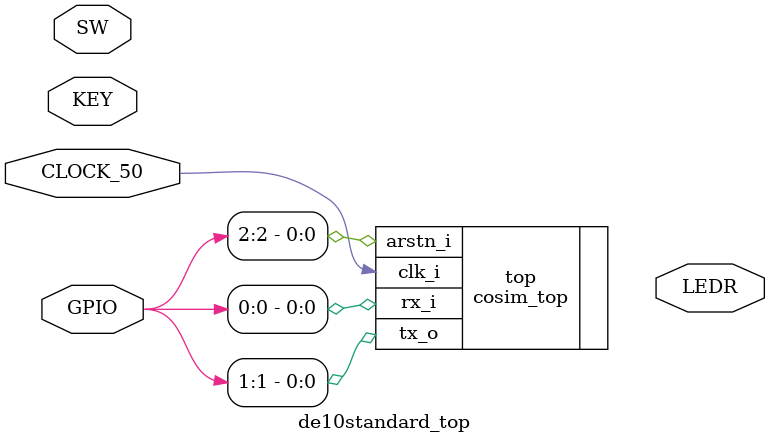
<source format=sv>
module de10standard_top(

    input              CLOCK_50,
    input    [ 3: 0]   KEY,
    input    [ 9: 0]   SW,
    output   [ 9: 0]   LEDR, 

    inout    [35: 0]   GPIO
);

    cosim_top #(
        .CORE_COUNT   (16),
        .AXI_ID_WIDTH (5),
        .BAUD_RATE    (800_000),
        .CLK_FREQ     (50_000_000)
    ) top (
        .clk_i   (CLOCK_50),
        .arstn_i (GPIO[2]),
        .rx_i    (GPIO[0]),
        .tx_o    (GPIO[1])
    );

endmodule

</source>
